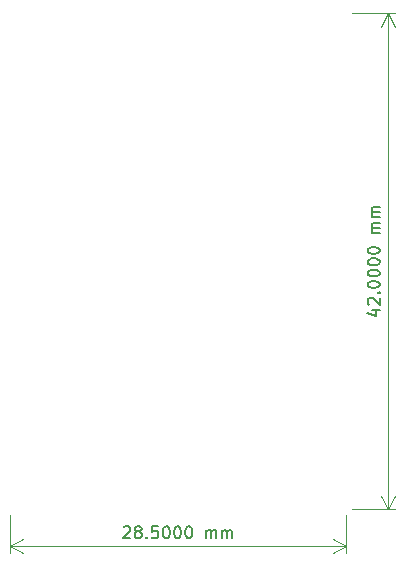
<source format=gbr>
%TF.GenerationSoftware,KiCad,Pcbnew,6.0.4-6f826c9f35~116~ubuntu20.04.1*%
%TF.CreationDate,2022-04-18T14:08:09+07:00*%
%TF.ProjectId,pmod-thin-16-leds,706d6f64-2d74-4686-996e-2d31362d6c65,1.0*%
%TF.SameCoordinates,Original*%
%TF.FileFunction,OtherDrawing,Comment*%
%FSLAX46Y46*%
G04 Gerber Fmt 4.6, Leading zero omitted, Abs format (unit mm)*
G04 Created by KiCad (PCBNEW 6.0.4-6f826c9f35~116~ubuntu20.04.1) date 2022-04-18 14:08:09*
%MOMM*%
%LPD*%
G01*
G04 APERTURE LIST*
%ADD10C,0.150000*%
%ADD11C,0.025400*%
G04 APERTURE END LIST*
D10*
X126715714Y-96142857D02*
X127382380Y-96142857D01*
X126334761Y-96380952D02*
X127049047Y-96619047D01*
X127049047Y-96000000D01*
X126477619Y-95666666D02*
X126430000Y-95619047D01*
X126382380Y-95523809D01*
X126382380Y-95285714D01*
X126430000Y-95190476D01*
X126477619Y-95142857D01*
X126572857Y-95095238D01*
X126668095Y-95095238D01*
X126810952Y-95142857D01*
X127382380Y-95714285D01*
X127382380Y-95095238D01*
X127287142Y-94666666D02*
X127334761Y-94619047D01*
X127382380Y-94666666D01*
X127334761Y-94714285D01*
X127287142Y-94666666D01*
X127382380Y-94666666D01*
X126382380Y-94000000D02*
X126382380Y-93904761D01*
X126430000Y-93809523D01*
X126477619Y-93761904D01*
X126572857Y-93714285D01*
X126763333Y-93666666D01*
X127001428Y-93666666D01*
X127191904Y-93714285D01*
X127287142Y-93761904D01*
X127334761Y-93809523D01*
X127382380Y-93904761D01*
X127382380Y-94000000D01*
X127334761Y-94095238D01*
X127287142Y-94142857D01*
X127191904Y-94190476D01*
X127001428Y-94238095D01*
X126763333Y-94238095D01*
X126572857Y-94190476D01*
X126477619Y-94142857D01*
X126430000Y-94095238D01*
X126382380Y-94000000D01*
X126382380Y-93047619D02*
X126382380Y-92952380D01*
X126430000Y-92857142D01*
X126477619Y-92809523D01*
X126572857Y-92761904D01*
X126763333Y-92714285D01*
X127001428Y-92714285D01*
X127191904Y-92761904D01*
X127287142Y-92809523D01*
X127334761Y-92857142D01*
X127382380Y-92952380D01*
X127382380Y-93047619D01*
X127334761Y-93142857D01*
X127287142Y-93190476D01*
X127191904Y-93238095D01*
X127001428Y-93285714D01*
X126763333Y-93285714D01*
X126572857Y-93238095D01*
X126477619Y-93190476D01*
X126430000Y-93142857D01*
X126382380Y-93047619D01*
X126382380Y-92095238D02*
X126382380Y-92000000D01*
X126430000Y-91904761D01*
X126477619Y-91857142D01*
X126572857Y-91809523D01*
X126763333Y-91761904D01*
X127001428Y-91761904D01*
X127191904Y-91809523D01*
X127287142Y-91857142D01*
X127334761Y-91904761D01*
X127382380Y-92000000D01*
X127382380Y-92095238D01*
X127334761Y-92190476D01*
X127287142Y-92238095D01*
X127191904Y-92285714D01*
X127001428Y-92333333D01*
X126763333Y-92333333D01*
X126572857Y-92285714D01*
X126477619Y-92238095D01*
X126430000Y-92190476D01*
X126382380Y-92095238D01*
X126382380Y-91142857D02*
X126382380Y-91047619D01*
X126430000Y-90952380D01*
X126477619Y-90904761D01*
X126572857Y-90857142D01*
X126763333Y-90809523D01*
X127001428Y-90809523D01*
X127191904Y-90857142D01*
X127287142Y-90904761D01*
X127334761Y-90952380D01*
X127382380Y-91047619D01*
X127382380Y-91142857D01*
X127334761Y-91238095D01*
X127287142Y-91285714D01*
X127191904Y-91333333D01*
X127001428Y-91380952D01*
X126763333Y-91380952D01*
X126572857Y-91333333D01*
X126477619Y-91285714D01*
X126430000Y-91238095D01*
X126382380Y-91142857D01*
X127382380Y-89619047D02*
X126715714Y-89619047D01*
X126810952Y-89619047D02*
X126763333Y-89571428D01*
X126715714Y-89476190D01*
X126715714Y-89333333D01*
X126763333Y-89238095D01*
X126858571Y-89190476D01*
X127382380Y-89190476D01*
X126858571Y-89190476D02*
X126763333Y-89142857D01*
X126715714Y-89047619D01*
X126715714Y-88904761D01*
X126763333Y-88809523D01*
X126858571Y-88761904D01*
X127382380Y-88761904D01*
X127382380Y-88285714D02*
X126715714Y-88285714D01*
X126810952Y-88285714D02*
X126763333Y-88238095D01*
X126715714Y-88142857D01*
X126715714Y-88000000D01*
X126763333Y-87904761D01*
X126858571Y-87857142D01*
X127382380Y-87857142D01*
X126858571Y-87857142D02*
X126763333Y-87809523D01*
X126715714Y-87714285D01*
X126715714Y-87571428D01*
X126763333Y-87476190D01*
X126858571Y-87428571D01*
X127382380Y-87428571D01*
D11*
X125070000Y-71000000D02*
X128666420Y-71000000D01*
X125070000Y-113000000D02*
X128666420Y-113000000D01*
X128080000Y-71000000D02*
X128080000Y-113000000D01*
X128080000Y-71000000D02*
X128080000Y-113000000D01*
X128080000Y-71000000D02*
X127493579Y-72126504D01*
X128080000Y-71000000D02*
X128666421Y-72126504D01*
X128080000Y-113000000D02*
X128666421Y-111873496D01*
X128080000Y-113000000D02*
X127493579Y-111873496D01*
D10*
X105700952Y-114537619D02*
X105748571Y-114490000D01*
X105843809Y-114442380D01*
X106081904Y-114442380D01*
X106177142Y-114490000D01*
X106224761Y-114537619D01*
X106272380Y-114632857D01*
X106272380Y-114728095D01*
X106224761Y-114870952D01*
X105653333Y-115442380D01*
X106272380Y-115442380D01*
X106843809Y-114870952D02*
X106748571Y-114823333D01*
X106700952Y-114775714D01*
X106653333Y-114680476D01*
X106653333Y-114632857D01*
X106700952Y-114537619D01*
X106748571Y-114490000D01*
X106843809Y-114442380D01*
X107034285Y-114442380D01*
X107129523Y-114490000D01*
X107177142Y-114537619D01*
X107224761Y-114632857D01*
X107224761Y-114680476D01*
X107177142Y-114775714D01*
X107129523Y-114823333D01*
X107034285Y-114870952D01*
X106843809Y-114870952D01*
X106748571Y-114918571D01*
X106700952Y-114966190D01*
X106653333Y-115061428D01*
X106653333Y-115251904D01*
X106700952Y-115347142D01*
X106748571Y-115394761D01*
X106843809Y-115442380D01*
X107034285Y-115442380D01*
X107129523Y-115394761D01*
X107177142Y-115347142D01*
X107224761Y-115251904D01*
X107224761Y-115061428D01*
X107177142Y-114966190D01*
X107129523Y-114918571D01*
X107034285Y-114870952D01*
X107653333Y-115347142D02*
X107700952Y-115394761D01*
X107653333Y-115442380D01*
X107605714Y-115394761D01*
X107653333Y-115347142D01*
X107653333Y-115442380D01*
X108605714Y-114442380D02*
X108129523Y-114442380D01*
X108081904Y-114918571D01*
X108129523Y-114870952D01*
X108224761Y-114823333D01*
X108462857Y-114823333D01*
X108558095Y-114870952D01*
X108605714Y-114918571D01*
X108653333Y-115013809D01*
X108653333Y-115251904D01*
X108605714Y-115347142D01*
X108558095Y-115394761D01*
X108462857Y-115442380D01*
X108224761Y-115442380D01*
X108129523Y-115394761D01*
X108081904Y-115347142D01*
X109272380Y-114442380D02*
X109367619Y-114442380D01*
X109462857Y-114490000D01*
X109510476Y-114537619D01*
X109558095Y-114632857D01*
X109605714Y-114823333D01*
X109605714Y-115061428D01*
X109558095Y-115251904D01*
X109510476Y-115347142D01*
X109462857Y-115394761D01*
X109367619Y-115442380D01*
X109272380Y-115442380D01*
X109177142Y-115394761D01*
X109129523Y-115347142D01*
X109081904Y-115251904D01*
X109034285Y-115061428D01*
X109034285Y-114823333D01*
X109081904Y-114632857D01*
X109129523Y-114537619D01*
X109177142Y-114490000D01*
X109272380Y-114442380D01*
X110224761Y-114442380D02*
X110320000Y-114442380D01*
X110415238Y-114490000D01*
X110462857Y-114537619D01*
X110510476Y-114632857D01*
X110558095Y-114823333D01*
X110558095Y-115061428D01*
X110510476Y-115251904D01*
X110462857Y-115347142D01*
X110415238Y-115394761D01*
X110320000Y-115442380D01*
X110224761Y-115442380D01*
X110129523Y-115394761D01*
X110081904Y-115347142D01*
X110034285Y-115251904D01*
X109986666Y-115061428D01*
X109986666Y-114823333D01*
X110034285Y-114632857D01*
X110081904Y-114537619D01*
X110129523Y-114490000D01*
X110224761Y-114442380D01*
X111177142Y-114442380D02*
X111272380Y-114442380D01*
X111367619Y-114490000D01*
X111415238Y-114537619D01*
X111462857Y-114632857D01*
X111510476Y-114823333D01*
X111510476Y-115061428D01*
X111462857Y-115251904D01*
X111415238Y-115347142D01*
X111367619Y-115394761D01*
X111272380Y-115442380D01*
X111177142Y-115442380D01*
X111081904Y-115394761D01*
X111034285Y-115347142D01*
X110986666Y-115251904D01*
X110939047Y-115061428D01*
X110939047Y-114823333D01*
X110986666Y-114632857D01*
X111034285Y-114537619D01*
X111081904Y-114490000D01*
X111177142Y-114442380D01*
X112700952Y-115442380D02*
X112700952Y-114775714D01*
X112700952Y-114870952D02*
X112748571Y-114823333D01*
X112843809Y-114775714D01*
X112986666Y-114775714D01*
X113081904Y-114823333D01*
X113129523Y-114918571D01*
X113129523Y-115442380D01*
X113129523Y-114918571D02*
X113177142Y-114823333D01*
X113272380Y-114775714D01*
X113415238Y-114775714D01*
X113510476Y-114823333D01*
X113558095Y-114918571D01*
X113558095Y-115442380D01*
X114034285Y-115442380D02*
X114034285Y-114775714D01*
X114034285Y-114870952D02*
X114081904Y-114823333D01*
X114177142Y-114775714D01*
X114320000Y-114775714D01*
X114415238Y-114823333D01*
X114462857Y-114918571D01*
X114462857Y-115442380D01*
X114462857Y-114918571D02*
X114510476Y-114823333D01*
X114605714Y-114775714D01*
X114748571Y-114775714D01*
X114843809Y-114823333D01*
X114891428Y-114918571D01*
X114891428Y-115442380D01*
D11*
X96070000Y-113500000D02*
X96070000Y-116726420D01*
X124570000Y-113500000D02*
X124570000Y-116726420D01*
X96070000Y-116140000D02*
X124570000Y-116140000D01*
X96070000Y-116140000D02*
X124570000Y-116140000D01*
X96070000Y-116140000D02*
X97196504Y-116726421D01*
X96070000Y-116140000D02*
X97196504Y-115553579D01*
X124570000Y-116140000D02*
X123443496Y-115553579D01*
X124570000Y-116140000D02*
X123443496Y-116726421D01*
M02*

</source>
